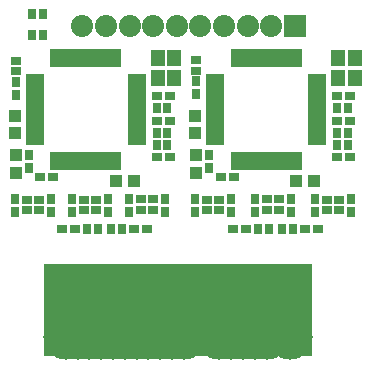
<source format=gts>
G04 #@! TF.GenerationSoftware,KiCad,Pcbnew,(2018-01-07 revision 47989ccfc)-makepkg*
G04 #@! TF.CreationDate,2018-01-17T00:09:11+10:30*
G04 #@! TF.ProjectId,din_meter_atm90e36,64696E5F6D657465725F61746D393065,rev?*
G04 #@! TF.SameCoordinates,Original*
G04 #@! TF.FileFunction,Soldermask,Top*
G04 #@! TF.FilePolarity,Negative*
%FSLAX46Y46*%
G04 Gerber Fmt 4.6, Leading zero omitted, Abs format (unit mm)*
G04 Created by KiCad (PCBNEW (2018-01-07 revision 47989ccfc)-makepkg) date 01/17/18 00:09:11*
%MOMM*%
%LPD*%
G01*
G04 APERTURE LIST*
%ADD10C,3.850000*%
%ADD11R,3.850000X7.800000*%
%ADD12R,3.850000X6.800000*%
%ADD13R,0.900000X0.800000*%
%ADD14R,0.800000X0.900000*%
%ADD15R,0.900000X0.700000*%
%ADD16R,0.700000X0.900000*%
%ADD17C,1.875000*%
%ADD18R,1.875000X1.875000*%
%ADD19R,1.100000X1.050000*%
%ADD20R,1.300000X1.450000*%
%ADD21R,0.550000X1.600000*%
%ADD22R,1.600000X0.550000*%
%ADD23R,1.050000X1.100000*%
G04 APERTURE END LIST*
D10*
X136508000Y-87723000D03*
X152508000Y-87723000D03*
X151508000Y-87723000D03*
X150508000Y-87723000D03*
X149508000Y-87723000D03*
X148508000Y-87723000D03*
X135508000Y-87723000D03*
X145508000Y-87723000D03*
X144508000Y-87723000D03*
X143508000Y-87723000D03*
X142508000Y-87723000D03*
X141508000Y-87723000D03*
X140508000Y-87723000D03*
X139508000Y-87723000D03*
X138508000Y-87723000D03*
X137508000Y-87723000D03*
D11*
X149508000Y-85423000D03*
X148508000Y-85423000D03*
X154508000Y-85423000D03*
D12*
X153508000Y-84923000D03*
D11*
X152508000Y-85423000D03*
X151508000Y-85423000D03*
X150508000Y-85423000D03*
X145508000Y-85423000D03*
X144508000Y-85423000D03*
X143508000Y-85423000D03*
X142508000Y-85423000D03*
X141508000Y-85423000D03*
X140508000Y-85423000D03*
X139508000Y-85423000D03*
X138508000Y-85423000D03*
X137508000Y-85423000D03*
X136508000Y-85423000D03*
X135508000Y-85423000D03*
D10*
X154508000Y-87723000D03*
D13*
X136300000Y-78548000D03*
X135200000Y-78548000D03*
X142396000Y-78548000D03*
X141296000Y-78548000D03*
D14*
X143878000Y-75966000D03*
X143878000Y-77066000D03*
X140830000Y-77066000D03*
X140830000Y-75966000D03*
X139052000Y-77066000D03*
X139052000Y-75966000D03*
X136004000Y-75966000D03*
X136004000Y-77066000D03*
X134226000Y-75966000D03*
X134226000Y-77066000D03*
X131178000Y-77066000D03*
X131178000Y-75966000D03*
D15*
X132194000Y-76066000D03*
X132194000Y-76966000D03*
X133210000Y-76966000D03*
X133210000Y-76066000D03*
X138036000Y-76966000D03*
X138036000Y-76066000D03*
X141846000Y-76908000D03*
X141846000Y-76008000D03*
X142862000Y-76008000D03*
X142862000Y-76908000D03*
D16*
X139364000Y-78548000D03*
X140264000Y-78548000D03*
X137332000Y-78548000D03*
X138232000Y-78548000D03*
D15*
X137020000Y-76066000D03*
X137020000Y-76966000D03*
D14*
X146418000Y-75966000D03*
X146418000Y-77066000D03*
X149466000Y-77108000D03*
X149466000Y-76008000D03*
X151498000Y-75966000D03*
X151498000Y-77066000D03*
X154546000Y-77066000D03*
X154546000Y-75966000D03*
X156578000Y-75966000D03*
X156578000Y-77066000D03*
X159626000Y-77066000D03*
X159626000Y-75966000D03*
D13*
X150736000Y-78548000D03*
X149636000Y-78548000D03*
X156874000Y-78548000D03*
X155774000Y-78548000D03*
D15*
X152514000Y-76008000D03*
X152514000Y-76908000D03*
D16*
X153842000Y-78548000D03*
X154742000Y-78548000D03*
X152710000Y-78548000D03*
X151810000Y-78548000D03*
D15*
X158610000Y-76966000D03*
X158610000Y-76066000D03*
X157594000Y-76066000D03*
X157594000Y-76966000D03*
X153530000Y-76908000D03*
X153530000Y-76008000D03*
X148450000Y-76066000D03*
X148450000Y-76966000D03*
X147434000Y-76966000D03*
X147434000Y-76066000D03*
D16*
X133558000Y-62114200D03*
X132658000Y-62114200D03*
X132673000Y-60360000D03*
X133573000Y-60360000D03*
X143210000Y-70400000D03*
X144110000Y-70400000D03*
D17*
X136907000Y-61341000D03*
X138907000Y-61341000D03*
X140907000Y-61341000D03*
X142907000Y-61341000D03*
X144907000Y-61341000D03*
X146907000Y-61341000D03*
X148907000Y-61341000D03*
X150907000Y-61341000D03*
X152907000Y-61341000D03*
D18*
X154907000Y-61341000D03*
D15*
X146510000Y-64250000D03*
X146510000Y-65150000D03*
D16*
X143210000Y-71450000D03*
X144110000Y-71450000D03*
D13*
X158460000Y-72450000D03*
X159560000Y-72450000D03*
X144310000Y-69400000D03*
X143210000Y-69400000D03*
D14*
X131260000Y-67200000D03*
X131260000Y-66100000D03*
X132360000Y-72300000D03*
X132360000Y-73400000D03*
D13*
X144310000Y-67300000D03*
X143210000Y-67300000D03*
X134460000Y-74150000D03*
X133360000Y-74150000D03*
X159560000Y-67300000D03*
X158460000Y-67300000D03*
X149710000Y-74150000D03*
X148610000Y-74150000D03*
D14*
X147610000Y-72300000D03*
X147610000Y-73400000D03*
X146510000Y-66050000D03*
X146510000Y-67150000D03*
D13*
X143210000Y-72450000D03*
X144310000Y-72450000D03*
X159560000Y-69400000D03*
X158460000Y-69400000D03*
D19*
X141260000Y-74450000D03*
X139760000Y-74450000D03*
X156510000Y-74450000D03*
X155010000Y-74450000D03*
D16*
X159360000Y-71450000D03*
X158460000Y-71450000D03*
X159360000Y-70400000D03*
X158460000Y-70400000D03*
X158460000Y-68300000D03*
X159360000Y-68300000D03*
D15*
X131260000Y-64300000D03*
X131260000Y-65200000D03*
D16*
X144110000Y-68300000D03*
X143210000Y-68300000D03*
D20*
X144710000Y-65775000D03*
X144710000Y-64025000D03*
X143310000Y-64025000D03*
X143310000Y-65775000D03*
X158560000Y-65775000D03*
X158560000Y-64025000D03*
X159960000Y-64025000D03*
X159960000Y-65775000D03*
D21*
X134460000Y-72800000D03*
X134960000Y-72800000D03*
X135460000Y-72800000D03*
X135960000Y-72800000D03*
X136460000Y-72800000D03*
X136960000Y-72800000D03*
X137460000Y-72800000D03*
X137960000Y-72800000D03*
X138460000Y-72800000D03*
X138960000Y-72800000D03*
X139460000Y-72800000D03*
X139960000Y-72800000D03*
D22*
X141560000Y-71200000D03*
X141560000Y-70700000D03*
X141560000Y-70200000D03*
X141560000Y-69700000D03*
X141560000Y-69200000D03*
X141560000Y-68700000D03*
X141560000Y-68200000D03*
X141560000Y-67700000D03*
X141560000Y-67200000D03*
X141560000Y-66700000D03*
X141560000Y-66200000D03*
X141560000Y-65700000D03*
D21*
X139960000Y-64100000D03*
X139460000Y-64100000D03*
X138960000Y-64100000D03*
X138460000Y-64100000D03*
X137960000Y-64100000D03*
X137460000Y-64100000D03*
X136960000Y-64100000D03*
X136460000Y-64100000D03*
X135960000Y-64100000D03*
X135460000Y-64100000D03*
X134960000Y-64100000D03*
X134460000Y-64100000D03*
D22*
X132860000Y-65700000D03*
X132860000Y-66200000D03*
X132860000Y-66700000D03*
X132860000Y-67200000D03*
X132860000Y-67700000D03*
X132860000Y-68200000D03*
X132860000Y-68700000D03*
X132860000Y-69200000D03*
X132860000Y-69700000D03*
X132860000Y-70200000D03*
X132860000Y-70700000D03*
X132860000Y-71200000D03*
X148110000Y-71200000D03*
X148110000Y-70700000D03*
X148110000Y-70200000D03*
X148110000Y-69700000D03*
X148110000Y-69200000D03*
X148110000Y-68700000D03*
X148110000Y-68200000D03*
X148110000Y-67700000D03*
X148110000Y-67200000D03*
X148110000Y-66700000D03*
X148110000Y-66200000D03*
X148110000Y-65700000D03*
D21*
X149710000Y-64100000D03*
X150210000Y-64100000D03*
X150710000Y-64100000D03*
X151210000Y-64100000D03*
X151710000Y-64100000D03*
X152210000Y-64100000D03*
X152710000Y-64100000D03*
X153210000Y-64100000D03*
X153710000Y-64100000D03*
X154210000Y-64100000D03*
X154710000Y-64100000D03*
X155210000Y-64100000D03*
D22*
X156810000Y-65700000D03*
X156810000Y-66200000D03*
X156810000Y-66700000D03*
X156810000Y-67200000D03*
X156810000Y-67700000D03*
X156810000Y-68200000D03*
X156810000Y-68700000D03*
X156810000Y-69200000D03*
X156810000Y-69700000D03*
X156810000Y-70200000D03*
X156810000Y-70700000D03*
X156810000Y-71200000D03*
D21*
X155210000Y-72800000D03*
X154710000Y-72800000D03*
X154210000Y-72800000D03*
X153710000Y-72800000D03*
X153210000Y-72800000D03*
X152710000Y-72800000D03*
X152210000Y-72800000D03*
X151710000Y-72800000D03*
X151210000Y-72800000D03*
X150710000Y-72800000D03*
X150210000Y-72800000D03*
X149710000Y-72800000D03*
D23*
X146510000Y-72300000D03*
X146510000Y-73800000D03*
X146460000Y-70450000D03*
X146460000Y-68950000D03*
X131210000Y-70450000D03*
X131210000Y-68950000D03*
X131260000Y-72300000D03*
X131260000Y-73800000D03*
M02*

</source>
